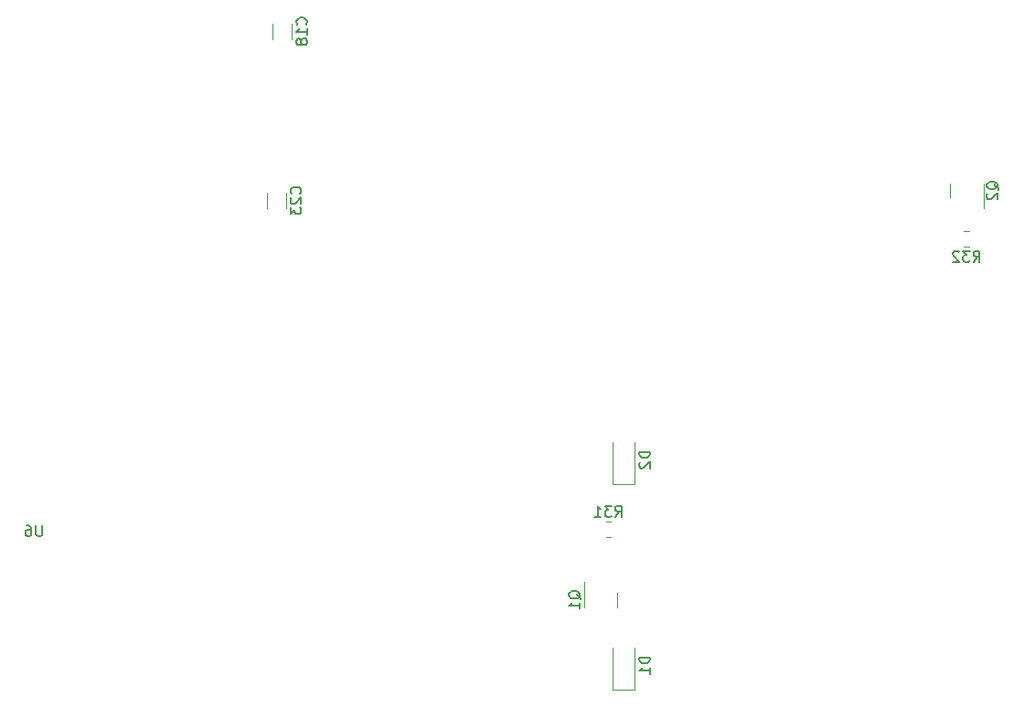
<source format=gbr>
%TF.GenerationSoftware,KiCad,Pcbnew,(6.0.10)*%
%TF.CreationDate,2023-02-15T21:48:18-05:00*%
%TF.ProjectId,SDR-Transceiver,5344522d-5472-4616-9e73-636569766572,rev?*%
%TF.SameCoordinates,Original*%
%TF.FileFunction,Legend,Bot*%
%TF.FilePolarity,Positive*%
%FSLAX46Y46*%
G04 Gerber Fmt 4.6, Leading zero omitted, Abs format (unit mm)*
G04 Created by KiCad (PCBNEW (6.0.10)) date 2023-02-15 21:48:18*
%MOMM*%
%LPD*%
G01*
G04 APERTURE LIST*
%ADD10C,0.150000*%
%ADD11C,0.120000*%
G04 APERTURE END LIST*
D10*
%TO.C,U6*%
X117379404Y-108950380D02*
X117379404Y-109759904D01*
X117331785Y-109855142D01*
X117284166Y-109902761D01*
X117188928Y-109950380D01*
X116998452Y-109950380D01*
X116903214Y-109902761D01*
X116855595Y-109855142D01*
X116807976Y-109759904D01*
X116807976Y-108950380D01*
X115903214Y-108950380D02*
X116093690Y-108950380D01*
X116188928Y-108998000D01*
X116236547Y-109045619D01*
X116331785Y-109188476D01*
X116379404Y-109378952D01*
X116379404Y-109759904D01*
X116331785Y-109855142D01*
X116284166Y-109902761D01*
X116188928Y-109950380D01*
X115998452Y-109950380D01*
X115903214Y-109902761D01*
X115855595Y-109855142D01*
X115807976Y-109759904D01*
X115807976Y-109521809D01*
X115855595Y-109426571D01*
X115903214Y-109378952D01*
X115998452Y-109331333D01*
X116188928Y-109331333D01*
X116284166Y-109378952D01*
X116331785Y-109426571D01*
X116379404Y-109521809D01*
%TO.C,Q1*%
X167250619Y-115777261D02*
X167203000Y-115682023D01*
X167107761Y-115586785D01*
X166964904Y-115443928D01*
X166917285Y-115348690D01*
X166917285Y-115253452D01*
X167155380Y-115301071D02*
X167107761Y-115205833D01*
X167012523Y-115110595D01*
X166822047Y-115062976D01*
X166488714Y-115062976D01*
X166298238Y-115110595D01*
X166203000Y-115205833D01*
X166155380Y-115301071D01*
X166155380Y-115491547D01*
X166203000Y-115586785D01*
X166298238Y-115682023D01*
X166488714Y-115729642D01*
X166822047Y-115729642D01*
X167012523Y-115682023D01*
X167107761Y-115586785D01*
X167155380Y-115491547D01*
X167155380Y-115301071D01*
X167155380Y-116682023D02*
X167155380Y-116110595D01*
X167155380Y-116396309D02*
X166155380Y-116396309D01*
X166298238Y-116301071D01*
X166393476Y-116205833D01*
X166441095Y-116110595D01*
%TO.C,R31*%
X170436657Y-108149380D02*
X170769990Y-107673190D01*
X171008085Y-108149380D02*
X171008085Y-107149380D01*
X170627133Y-107149380D01*
X170531895Y-107197000D01*
X170484276Y-107244619D01*
X170436657Y-107339857D01*
X170436657Y-107482714D01*
X170484276Y-107577952D01*
X170531895Y-107625571D01*
X170627133Y-107673190D01*
X171008085Y-107673190D01*
X170103323Y-107149380D02*
X169484276Y-107149380D01*
X169817609Y-107530333D01*
X169674752Y-107530333D01*
X169579514Y-107577952D01*
X169531895Y-107625571D01*
X169484276Y-107720809D01*
X169484276Y-107958904D01*
X169531895Y-108054142D01*
X169579514Y-108101761D01*
X169674752Y-108149380D01*
X169960466Y-108149380D01*
X170055704Y-108101761D01*
X170103323Y-108054142D01*
X168531895Y-108149380D02*
X169103323Y-108149380D01*
X168817609Y-108149380D02*
X168817609Y-107149380D01*
X168912847Y-107292238D01*
X169008085Y-107387476D01*
X169103323Y-107435095D01*
%TO.C,Q2*%
X205954619Y-77834261D02*
X205907000Y-77739023D01*
X205811761Y-77643785D01*
X205668904Y-77500928D01*
X205621285Y-77405690D01*
X205621285Y-77310452D01*
X205859380Y-77358071D02*
X205811761Y-77262833D01*
X205716523Y-77167595D01*
X205526047Y-77119976D01*
X205192714Y-77119976D01*
X205002238Y-77167595D01*
X204907000Y-77262833D01*
X204859380Y-77358071D01*
X204859380Y-77548547D01*
X204907000Y-77643785D01*
X205002238Y-77739023D01*
X205192714Y-77786642D01*
X205526047Y-77786642D01*
X205716523Y-77739023D01*
X205811761Y-77643785D01*
X205859380Y-77548547D01*
X205859380Y-77358071D01*
X204954619Y-78167595D02*
X204907000Y-78215214D01*
X204859380Y-78310452D01*
X204859380Y-78548547D01*
X204907000Y-78643785D01*
X204954619Y-78691404D01*
X205049857Y-78739023D01*
X205145095Y-78739023D01*
X205287952Y-78691404D01*
X205859380Y-78119976D01*
X205859380Y-78739023D01*
%TO.C,D2*%
X173666680Y-102132904D02*
X172666680Y-102132904D01*
X172666680Y-102371000D01*
X172714300Y-102513857D01*
X172809538Y-102609095D01*
X172904776Y-102656714D01*
X173095252Y-102704333D01*
X173238109Y-102704333D01*
X173428585Y-102656714D01*
X173523823Y-102609095D01*
X173619061Y-102513857D01*
X173666680Y-102371000D01*
X173666680Y-102132904D01*
X172761919Y-103085285D02*
X172714300Y-103132904D01*
X172666680Y-103228142D01*
X172666680Y-103466238D01*
X172714300Y-103561476D01*
X172761919Y-103609095D01*
X172857157Y-103656714D01*
X172952395Y-103656714D01*
X173095252Y-103609095D01*
X173666680Y-103037666D01*
X173666680Y-103656714D01*
%TO.C,C18*%
X141818142Y-62523142D02*
X141865761Y-62475523D01*
X141913380Y-62332666D01*
X141913380Y-62237428D01*
X141865761Y-62094571D01*
X141770523Y-61999333D01*
X141675285Y-61951714D01*
X141484809Y-61904095D01*
X141341952Y-61904095D01*
X141151476Y-61951714D01*
X141056238Y-61999333D01*
X140961000Y-62094571D01*
X140913380Y-62237428D01*
X140913380Y-62332666D01*
X140961000Y-62475523D01*
X141008619Y-62523142D01*
X141913380Y-63475523D02*
X141913380Y-62904095D01*
X141913380Y-63189809D02*
X140913380Y-63189809D01*
X141056238Y-63094571D01*
X141151476Y-62999333D01*
X141199095Y-62904095D01*
X141341952Y-64046952D02*
X141294333Y-63951714D01*
X141246714Y-63904095D01*
X141151476Y-63856476D01*
X141103857Y-63856476D01*
X141008619Y-63904095D01*
X140961000Y-63951714D01*
X140913380Y-64046952D01*
X140913380Y-64237428D01*
X140961000Y-64332666D01*
X141008619Y-64380285D01*
X141103857Y-64427904D01*
X141151476Y-64427904D01*
X141246714Y-64380285D01*
X141294333Y-64332666D01*
X141341952Y-64237428D01*
X141341952Y-64046952D01*
X141389571Y-63951714D01*
X141437190Y-63904095D01*
X141532428Y-63856476D01*
X141722904Y-63856476D01*
X141818142Y-63904095D01*
X141865761Y-63951714D01*
X141913380Y-64046952D01*
X141913380Y-64237428D01*
X141865761Y-64332666D01*
X141818142Y-64380285D01*
X141722904Y-64427904D01*
X141532428Y-64427904D01*
X141437190Y-64380285D01*
X141389571Y-64332666D01*
X141341952Y-64237428D01*
%TO.C,C23*%
X141273440Y-78196142D02*
X141321059Y-78148523D01*
X141368678Y-78005666D01*
X141368678Y-77910428D01*
X141321059Y-77767571D01*
X141225821Y-77672333D01*
X141130583Y-77624714D01*
X140940107Y-77577095D01*
X140797250Y-77577095D01*
X140606774Y-77624714D01*
X140511536Y-77672333D01*
X140416298Y-77767571D01*
X140368678Y-77910428D01*
X140368678Y-78005666D01*
X140416298Y-78148523D01*
X140463917Y-78196142D01*
X140463917Y-78577095D02*
X140416298Y-78624714D01*
X140368678Y-78719952D01*
X140368678Y-78958047D01*
X140416298Y-79053285D01*
X140463917Y-79100904D01*
X140559155Y-79148523D01*
X140654393Y-79148523D01*
X140797250Y-79100904D01*
X141368678Y-78529476D01*
X141368678Y-79148523D01*
X140368678Y-79481857D02*
X140368678Y-80100904D01*
X140749631Y-79767571D01*
X140749631Y-79910428D01*
X140797250Y-80005666D01*
X140844869Y-80053285D01*
X140940107Y-80100904D01*
X141178202Y-80100904D01*
X141273440Y-80053285D01*
X141321059Y-80005666D01*
X141368678Y-79910428D01*
X141368678Y-79624714D01*
X141321059Y-79529476D01*
X141273440Y-79481857D01*
%TO.C,R32*%
X203612357Y-84525380D02*
X203945690Y-84049190D01*
X204183785Y-84525380D02*
X204183785Y-83525380D01*
X203802833Y-83525380D01*
X203707595Y-83573000D01*
X203659976Y-83620619D01*
X203612357Y-83715857D01*
X203612357Y-83858714D01*
X203659976Y-83953952D01*
X203707595Y-84001571D01*
X203802833Y-84049190D01*
X204183785Y-84049190D01*
X203279023Y-83525380D02*
X202659976Y-83525380D01*
X202993309Y-83906333D01*
X202850452Y-83906333D01*
X202755214Y-83953952D01*
X202707595Y-84001571D01*
X202659976Y-84096809D01*
X202659976Y-84334904D01*
X202707595Y-84430142D01*
X202755214Y-84477761D01*
X202850452Y-84525380D01*
X203136166Y-84525380D01*
X203231404Y-84477761D01*
X203279023Y-84430142D01*
X202279023Y-83620619D02*
X202231404Y-83573000D01*
X202136166Y-83525380D01*
X201898071Y-83525380D01*
X201802833Y-83573000D01*
X201755214Y-83620619D01*
X201707595Y-83715857D01*
X201707595Y-83811095D01*
X201755214Y-83953952D01*
X202326642Y-84525380D01*
X201707595Y-84525380D01*
%TO.C,D1*%
X173666680Y-121182904D02*
X172666680Y-121182904D01*
X172666680Y-121421000D01*
X172714300Y-121563857D01*
X172809538Y-121659095D01*
X172904776Y-121706714D01*
X173095252Y-121754333D01*
X173238109Y-121754333D01*
X173428585Y-121706714D01*
X173523823Y-121659095D01*
X173619061Y-121563857D01*
X173666680Y-121421000D01*
X173666680Y-121182904D01*
X173666680Y-122706714D02*
X173666680Y-122135285D01*
X173666680Y-122421000D02*
X172666680Y-122421000D01*
X172809538Y-122325761D01*
X172904776Y-122230523D01*
X172952395Y-122135285D01*
D11*
%TO.C,Q1*%
X167543000Y-115872500D02*
X167543000Y-114197500D01*
X170663000Y-115872500D02*
X170663000Y-116522500D01*
X167543000Y-115872500D02*
X167543000Y-116522500D01*
X170663000Y-115872500D02*
X170663000Y-115222500D01*
%TO.C,R31*%
X170020864Y-108612000D02*
X169566736Y-108612000D01*
X170020864Y-110082000D02*
X169566736Y-110082000D01*
%TO.C,Q2*%
X204567000Y-77929500D02*
X204567000Y-77279500D01*
X204567000Y-77929500D02*
X204567000Y-79604500D01*
X201447000Y-77929500D02*
X201447000Y-77279500D01*
X201447000Y-77929500D02*
X201447000Y-78579500D01*
%TO.C,D2*%
X172214300Y-105121000D02*
X170214300Y-105121000D01*
X170214300Y-105121000D02*
X170214300Y-101221000D01*
X172214300Y-105121000D02*
X172214300Y-101221000D01*
%TO.C,C18*%
X138701000Y-63877252D02*
X138701000Y-62454748D01*
X140521000Y-63877252D02*
X140521000Y-62454748D01*
%TO.C,C23*%
X139976298Y-79550252D02*
X139976298Y-78127748D01*
X138156298Y-79550252D02*
X138156298Y-78127748D01*
%TO.C,R32*%
X202742436Y-81688000D02*
X203196564Y-81688000D01*
X202742436Y-83158000D02*
X203196564Y-83158000D01*
%TO.C,D1*%
X170214300Y-124171000D02*
X170214300Y-120271000D01*
X172214300Y-124171000D02*
X172214300Y-120271000D01*
X172214300Y-124171000D02*
X170214300Y-124171000D01*
%TD*%
M02*

</source>
